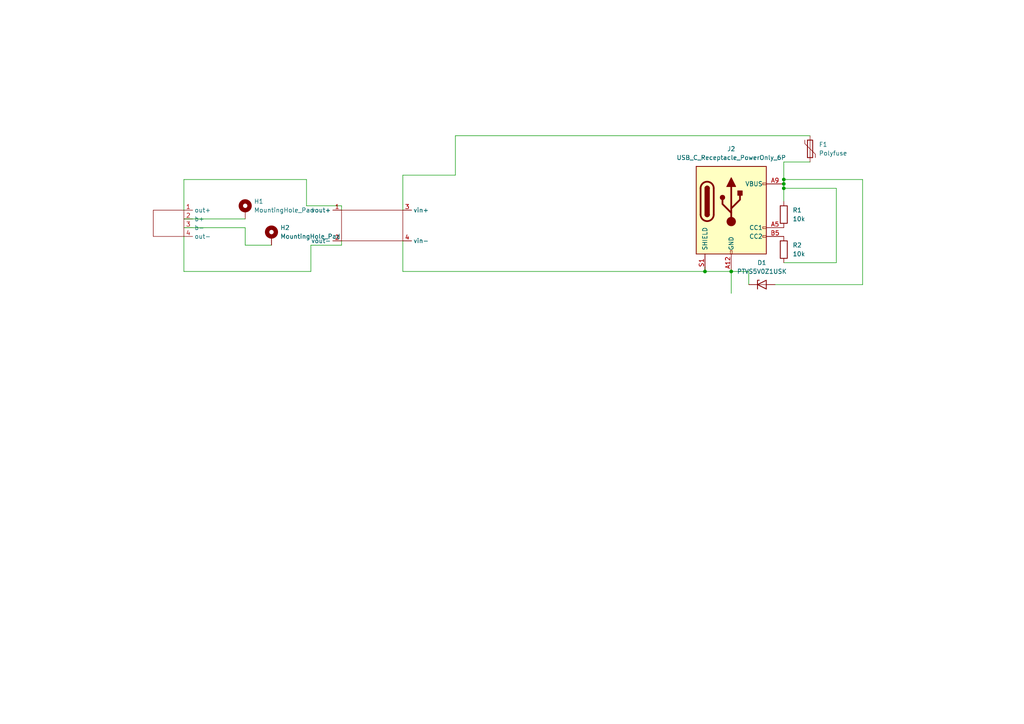
<source format=kicad_sch>
(kicad_sch (version 20250114) (generator "eeschema") (generator_version "9.0")
  (paper "A4")
  (lib_symbols
    (symbol "Connector:USB_C_Receptacle_PowerOnly_6P" (pin_names (offset 1.016))
      (property "Reference" "J" (at 0 16.51 0))
      (property "Value" "USB_C_Receptacle_PowerOnly_6P" (at 0 13.97 0))
      (symbol "USB_C_Receptacle_PowerOnly_6P_0_0"
        (rectangle (start -0.254 -12.7) (end 0.254 -11.684))
        (rectangle (start 10.16 7.874) (end 9.144 7.366))
        (rectangle (start 10.16 -4.826) (end 9.144 -5.334))
        (rectangle (start 10.16 -7.366) (end 9.144 -7.874))
      )
      (symbol "USB_C_Receptacle_PowerOnly_6P_0_1"
        (rectangle (start -10.16 12.7) (end 10.16 -12.7) (stroke (width 0.254)) (fill (type background)))
        (polyline (pts (xy -8.89 -1.27) (xy -8.89 6.35)) (stroke (width 0.508)))
        (rectangle (start -7.62 -1.27) (end -6.35 6.35) (stroke (width 0.254)) (fill (type outline)))
        (arc (start -7.62 6.35) (mid -6.985 6.9823) (end -6.35 6.35) (stroke (width 0.254)))
        (arc (start -7.62 6.35) (mid -6.985 6.9823) (end -6.35 6.35) (stroke (width 0.254)) (fill (type outline)))
        (arc (start -8.89 6.35) (mid -6.985 8.2467) (end -5.08 6.35) (stroke (width 0.508)))
        (arc (start -5.08 -1.27) (mid -6.985 -3.1667) (end -8.89 -1.27) (stroke (width 0.508)))
        (arc (start -6.35 -1.27) (mid -6.985 -1.9023) (end -7.62 -1.27) (stroke (width 0.254)))
        (arc (start -6.35 -1.27) (mid -6.985 -1.9023) (end -7.62 -1.27) (stroke (width 0.254)) (fill (type outline)))
        (polyline (pts (xy -5.08 6.35) (xy -5.08 -1.27)) (stroke (width 0.508)))
        (circle (center -2.54 3.683) (radius 0.635) (stroke (width 0.254)) (fill (type outline)))
        (polyline (pts (xy -1.27 6.858) (xy 0 9.398) (xy 1.27 6.858) (xy -1.27 6.858)) (stroke (width 0.254)) (fill (type outline)))
        (polyline (pts (xy 0 0.508) (xy 2.54 3.048) (xy 2.54 4.318)) (stroke (width 0.508)))
        (polyline (pts (xy 0 -0.762) (xy -2.54 1.778) (xy -2.54 3.048)) (stroke (width 0.508)))
        (polyline (pts (xy 0 -3.302) (xy 0 6.858)) (stroke (width 0.508)))
        (circle (center 0 -3.302) (radius 1.27) (fill (type outline)))
        (rectangle (start 1.905 4.318) (end 3.175 5.588) (stroke (width 0.254)) (fill (type outline)))
      )
      (symbol "USB_C_Receptacle_PowerOnly_6P_1_1"
        (pin passive line (at -7.62 -17.78 90) (length 5.08) (name "SHIELD") (number "S1"))
        (pin passive line (at 0 -17.78 90) (length 5.08) (name "GND") (number "A12"))
        (pin passive line (at 0 -17.78 90) (length 5.08) (hide yes) (name "GND") (number "B12"))
        (pin passive line (at 15.24 7.62 180) (length 5.08) (name "VBUS") (number "A9"))
        (pin passive line (at 15.24 7.62 180) (length 5.08) (hide yes) (name "VBUS") (number "B9"))
        (pin bidirectional line (at 15.24 -5.08 180) (length 5.08) (name "CC1") (number "A5"))
        (pin bidirectional line (at 15.24 -7.62 180) (length 5.08) (name "CC2") (number "B5"))
      )
    )
    (symbol "CustomSymbols:boost_module"
      (symbol "boost_module_0_1"
        (rectangle (start -6.35 2.54) (end 11.43 -6.35))
      )
      (symbol "boost_module_1_1"
        (pin output line (at -6.35 2.54 180) (length 2.54) (name "vout+") (number "1"))
        (pin output line (at -6.35 -6.35 180) (length 2.54) (name "vout-") (number "2"))
        (pin input line (at 11.43 2.54 0) (length 2.54) (name "vin+") (number "3"))
        (pin input line (at 11.43 -6.35 0) (length 2.54) (name "vin-") (number "4"))
      )
    )
    (symbol "CustomSymbols:tp4056"
      (symbol "tp4056_0_1"
        (rectangle (start -7.62 3.81) (end 1.27 -3.81))
      )
      (symbol "tp4056_1_1"
        (pin output line (at 1.27 3.81 0) (length 2.54) (name "out+") (number "1"))
        (pin output line (at 1.27 1.27 0) (length 2.54) (name "b+") (number "2"))
        (pin output line (at 1.27 -1.27 0) (length 2.54) (name "b-") (number "3"))
        (pin output line (at 1.27 -3.81 0) (length 2.54) (name "out-") (number "4"))
      )
    )
    (symbol "Device:Polyfuse" (pin_numbers (hide yes)) (pin_names (offset 0))
      (property "Reference" "F" (at -2.54 0 90))
      (property "Value" "Polyfuse" (at 2.54 0 90))
      (symbol "Polyfuse_0_1"
        (polyline (pts (xy -1.524 2.54) (xy -1.524 1.524) (xy 1.524 -1.524) (xy 1.524 -2.54)))
        (rectangle (start -0.762 2.54) (end 0.762 -2.54) (stroke (width 0.254)))
        (polyline (pts (xy 0 2.54) (xy 0 -2.54)))
      )
      (symbol "Polyfuse_1_1"
        (pin passive line (at 0 3.81 270) (length 1.27) (name "~") (number "1"))
        (pin passive line (at 0 -3.81 90) (length 1.27) (name "~") (number "2"))
      )
    )
    (symbol "Device:R" (pin_numbers (hide yes)) (pin_names (offset 0))
      (property "Reference" "R" (at 2.032 0 90))
      (property "Value" "R" (at 0 0 90))
      (symbol "R_0_1"
        (rectangle (start -1.016 -2.54) (end 1.016 2.54) (stroke (width 0.254)))
      )
      (symbol "R_1_1"
        (pin passive line (at 0 3.81 270) (length 1.27) (name "~") (number "1"))
        (pin passive line (at 0 -3.81 90) (length 1.27) (name "~") (number "2"))
      )
    )
    (symbol "Diode:PTVS5V0Z1USK" (pin_numbers (hide yes)) (pin_names (hide yes))
      (property "Reference" "D" (at 0 2.54 0))
      (property "Value" "PTVS5V0Z1USK" (at 0 -2.54 0))
      (symbol "PTVS5V0Z1USK_0_1"
        (polyline (pts (xy -1.27 -1.27) (xy -1.27 1.27) (xy -0.762 1.27)) (stroke (width 0.254)))
        (polyline (pts (xy 1.27 0) (xy -1.27 0)))
        (polyline (pts (xy 1.27 -1.27) (xy 1.27 1.27) (xy -1.27 0) (xy 1.27 -1.27)) (stroke (width 0.254)))
      )
      (symbol "PTVS5V0Z1USK_1_1"
        (pin passive line (at -3.81 0 0) (length 2.54) (name "K") (number "1"))
        (pin passive line (at 3.81 0 180) (length 2.54) (name "A") (number "2"))
      )
    )
    (symbol "Mechanical:MountingHole_Pad" (pin_numbers (hide yes)) (pin_names (offset 1.016) (hide yes)) (in_bom no)
      (property "Reference" "H" (at 0 6.35 0))
      (property "Value" "MountingHole_Pad" (at 0 4.445 0))
      (symbol "MountingHole_Pad_0_1"
        (circle (center 0 1.27) (radius 1.27) (stroke (width 1.27)))
      )
      (symbol "MountingHole_Pad_1_1"
        (pin input line (at 0 -2.54 90) (length 2.54) (name "1") (number "1"))
      )
    )
  )
  (junction (at 212.09 78.74))
  (junction (at 227.33 54.61))
  (junction (at 204.47 78.74))
  (junction (at 227.33 52.07))
  (junction (at 227.33 53.34))
  (wire (pts (xy 234.95 46.99) (xy 227.33 46.99)))
  (wire (pts (xy 227.33 53.34) (xy 227.33 52.07)))
  (wire (pts (xy 53.34 52.07) (xy 88.9 52.07)))
  (wire (pts (xy 217.17 82.55) (xy 217.17 78.74)))
  (wire (pts (xy 227.33 54.61) (xy 227.33 58.42)))
  (wire (pts (xy 132.08 39.37) (xy 234.95 39.37)))
  (wire (pts (xy 116.84 50.8) (xy 132.08 50.8)))
  (wire (pts (xy 71.12 71.12) (xy 78.74 71.12)))
  (wire (pts (xy 53.34 66.04) (xy 71.12 66.04)))
  (wire (pts (xy 227.33 52.07) (xy 250.19 52.07)))
  (wire (pts (xy 227.33 46.99) (xy 227.33 52.07)))
  (wire (pts (xy 116.84 69.85) (xy 116.84 78.74)))
  (wire (pts (xy 227.33 76.2) (xy 242.57 76.2)))
  (wire (pts (xy 212.09 77.47) (xy 212.09 78.74)))
  (wire (pts (xy 53.34 63.5) (xy 71.12 63.5)))
  (wire (pts (xy 212.09 78.74) (xy 212.09 85.09)))
  (wire (pts (xy 88.9 52.07) (xy 88.9 59.69)))
  (wire (pts (xy 53.34 60.96) (xy 53.34 52.07)))
  (wire (pts (xy 227.33 54.61) (xy 227.33 53.34)))
  (wire (pts (xy 242.57 54.61) (xy 227.33 54.61)))
  (wire (pts (xy 116.84 60.96) (xy 116.84 50.8)))
  (wire (pts (xy 90.17 71.12) (xy 99.06 71.12)))
  (wire (pts (xy 116.84 78.74) (xy 204.47 78.74)))
  (wire (pts (xy 204.47 78.74) (xy 212.09 78.74)))
  (wire (pts (xy 204.47 77.47) (xy 204.47 78.74)))
  (wire (pts (xy 99.06 71.12) (xy 99.06 69.85)))
  (wire (pts (xy 90.17 71.12) (xy 90.17 78.74)))
  (wire (pts (xy 53.34 78.74) (xy 90.17 78.74)))
  (wire (pts (xy 217.17 78.74) (xy 212.09 78.74)))
  (wire (pts (xy 71.12 71.12) (xy 71.12 66.04)))
  (wire (pts (xy 242.57 76.2) (xy 242.57 54.61)))
  (wire (pts (xy 132.08 50.8) (xy 132.08 39.37)))
  (wire (pts (xy 250.19 52.07) (xy 250.19 82.55)))
  (wire (pts (xy 250.19 82.55) (xy 224.79 82.55)))
  (wire (pts (xy 53.34 68.58) (xy 53.34 78.74)))
  (wire (pts (xy 99.06 59.69) (xy 99.06 60.96)))
  (wire (pts (xy 88.9 59.69) (xy 99.06 59.69)))
  (symbol (lib_id "Connector:USB_C_Receptacle_PowerOnly_6P") (at 212.09 60.96 0) (unit 1)
    (property "Reference" "J2" (at 212.09 43.18 0))
    (property "Value" "USB_C_Receptacle_PowerOnly_6P" (at 212.09 45.72 0))
    (property "Footprint" "Connector_USB:USB_C_Receptacle_GCT_USB4135-GF-A_6P_TopMnt_Horizontal" (effects (hide yes)))
    (property "Datasheet" "https://www.usb.org/sites/default/files/documents/usb_type-c.zip" (effects (hide yes)))
    (property "Description" "USB Power-Only 6P Type-C Receptacle connector" (effects (hide yes)))
  )
  (symbol (lib_id "CustomSymbols:boost_module") (at 105.41 63.5 0) (unit 1)
    (property "Reference" "U2" (effects (hide yes)))
    (property "Footprint" "boostModule:hw-045" (effects (hide yes)))
  )
  (symbol (lib_id "Device:R") (at 227.33 72.39 0) (unit 1)
    (property "Reference" "R2" (at 229.87 71.1199 0) (effects (justify left)))
    (property "Value" "10k" (at 229.87 73.6599 0) (effects (justify left)))
    (property "Footprint" "Resistor_THT:R_Axial_DIN0204_L3.6mm_D1.6mm_P1.90mm_Vertical" (effects (hide yes)))
    (property "Description" "Resistor" (effects (hide yes)))
  )
  (symbol (lib_id "Device:R") (at 227.33 62.23 0) (unit 1)
    (property "Reference" "R1" (at 229.87 60.9599 0) (effects (justify left)))
    (property "Value" "10k" (at 229.87 63.4999 0) (effects (justify left)))
    (property "Footprint" "Resistor_THT:R_Axial_DIN0204_L3.6mm_D1.6mm_P1.90mm_Vertical" (effects (hide yes)))
    (property "Description" "Resistor" (effects (hide yes)))
  )
  (symbol (lib_id "Mechanical:MountingHole_Pad") (at 71.12 60.96 0) (unit 1) (in_bom no)
    (property "Reference" "H1" (at 73.66 58.4199 0) (effects (justify left)))
    (property "Value" "MountingHole_Pad" (at 73.66 60.9599 0) (effects (justify left)))
    (property "Footprint" "MountingHole:MountingHole_2.2mm_M2_DIN965_Pad" (effects (hide yes)))
    (property "Description" "Mounting Hole with connection" (effects (hide yes)))
  )
  (symbol (lib_id "CustomSymbols:tp4056") (at 52.07 64.77 0) (unit 1)
    (property "Reference" "U1" (effects (hide yes)))
    (property "Footprint" "CustomLibrary:4096_module_first" (effects (hide yes)))
  )
  (symbol (lib_id "Diode:PTVS5V0Z1USK") (at 220.98 82.55 0) (unit 1)
    (property "Reference" "D1" (at 220.98 76.2 0))
    (property "Value" "PTVS5V0Z1USK" (at 220.98 78.74 0))
    (property "Footprint" "Diode_SMD:Nexperia_DSN1608-2_1.6x0.8mm" (effects (hide yes)))
    (property "Datasheet" "https://assets.nexperia.com/documents/data-sheet/PTVS5V0Z1USK.pdf" (effects (hide yes)))
    (property "Description" "5V, 1200W TVS unidirectional diode, DSN1608-2" (effects (hide yes)))
  )
  (symbol (lib_id "Device:Polyfuse") (at 234.95 43.18 0) (unit 1)
    (property "Reference" "F1" (at 237.49 41.9099 0) (effects (justify left)))
    (property "Value" "Polyfuse" (at 237.49 44.4499 0) (effects (justify left)))
    (property "Footprint" "Fuse:Fuse_Bourns_MF-RG300" (effects (hide yes)))
    (property "Description" "Resettable fuse, polymeric positive temperature coefficient" (effects (hide yes)))
  )
  (symbol (lib_id "Mechanical:MountingHole_Pad") (at 78.74 68.58 0) (unit 1) (in_bom no)
    (property "Reference" "H2" (at 81.28 66.0399 0) (effects (justify left)))
    (property "Value" "MountingHole_Pad" (at 81.28 68.5799 0) (effects (justify left)))
    (property "Footprint" "MountingHole:MountingHole_2.2mm_M2_DIN965_Pad" (effects (hide yes)))
    (property "Description" "Mounting Hole with connection" (effects (hide yes)))
  )
)
</source>
